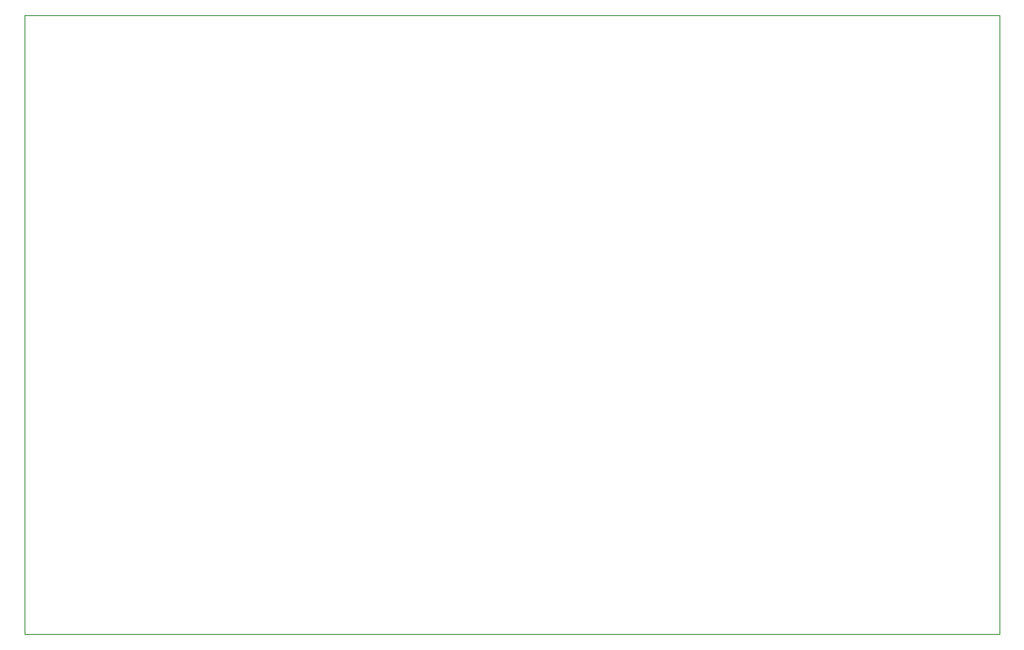
<source format=gm1>
%TF.GenerationSoftware,KiCad,Pcbnew,8.0.5*%
%TF.CreationDate,2024-10-30T03:14:09+09:00*%
%TF.ProjectId,FAN_controler_arduino_nano_2,46414e5f-636f-46e7-9472-6f6c65725f61,2.0*%
%TF.SameCoordinates,Original*%
%TF.FileFunction,Profile,NP*%
%FSLAX46Y46*%
G04 Gerber Fmt 4.6, Leading zero omitted, Abs format (unit mm)*
G04 Created by KiCad (PCBNEW 8.0.5) date 2024-10-30 03:14:09*
%MOMM*%
%LPD*%
G01*
G04 APERTURE LIST*
%TA.AperFunction,Profile*%
%ADD10C,0.050000*%
%TD*%
G04 APERTURE END LIST*
D10*
X102200000Y-80000000D02*
X199800000Y-80000000D01*
X199800000Y-142000000D01*
X102200000Y-142000000D01*
X102200000Y-80000000D01*
M02*

</source>
